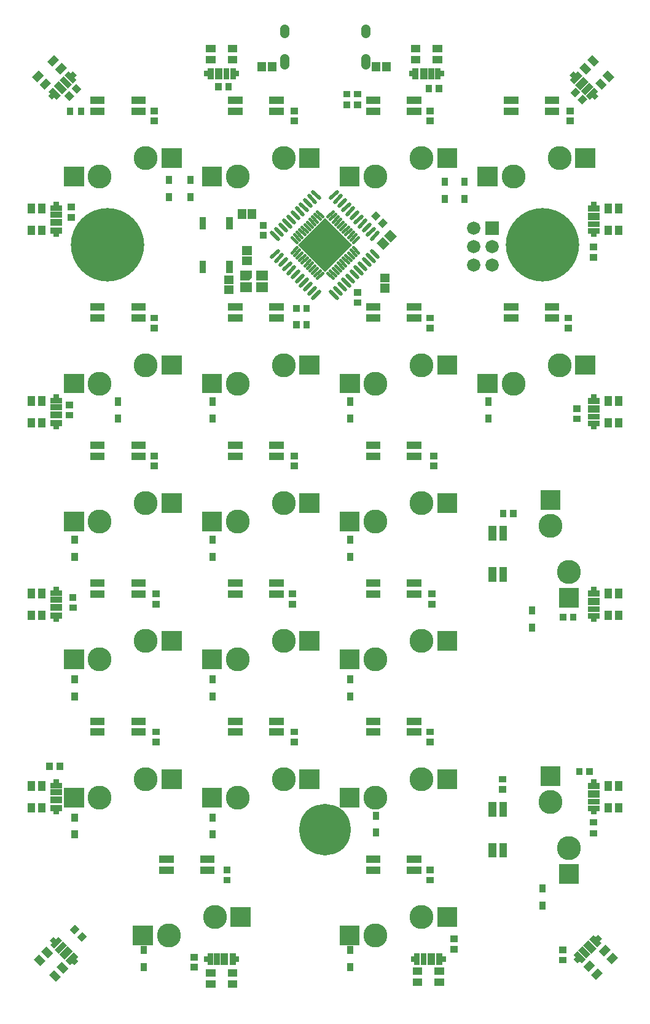
<source format=gbs>
G04 Layer: BottomSolderMaskLayer*
G04 EasyEDA v6.4.25, 2022-01-12T23:06:35+11:00*
G04 f164c25aadf14f42abcd0731058902df,bd1e99ad82f14e1cb325c08acf502db4,10*
G04 Gerber Generator version 0.2*
G04 Scale: 100 percent, Rotated: No, Reflected: No *
G04 Dimensions in millimeters *
G04 leading zeros omitted , absolute positions ,4 integer and 5 decimal *
%FSLAX45Y45*%
%MOMM*%

%ADD49C,1.3016*%
%ADD51C,3.3032*%
%ADD52C,1.8288*%
%ADD54C,10.1016*%
%ADD55C,7.1016*%
%ADD56C,0.4016*%
%ADD57C,0.5496*%
%ADD73R,1.0016X0.9016*%
%ADD77R,0.9016X1.6816*%

%LPD*%
D49*
X4807508Y-88521D02*
G01*
X4807508Y-28521D01*
X3692499Y-88521D02*
G01*
X3692499Y-28521D01*
X3692499Y-516529D02*
G01*
X3692499Y-436529D01*
X4807508Y-516529D02*
G01*
X4807508Y-436529D01*
D56*
X4639007Y-3035226D02*
G01*
X4709716Y-3105934D01*
X4603650Y-3070583D02*
G01*
X4674359Y-3141291D01*
X4568294Y-3105939D02*
G01*
X4639002Y-3176648D01*
X4532937Y-3141296D02*
G01*
X4603645Y-3212005D01*
X4497580Y-3176653D02*
G01*
X4568289Y-3247362D01*
X4462223Y-3212010D02*
G01*
X4532932Y-3282718D01*
X4426866Y-3247367D02*
G01*
X4497575Y-3318075D01*
X4391535Y-3282723D02*
G01*
X4462244Y-3353432D01*
X4356153Y-3318080D02*
G01*
X4426861Y-3388789D01*
X4320821Y-3353437D02*
G01*
X4391530Y-3424146D01*
X4285439Y-3388794D02*
G01*
X4356148Y-3459502D01*
X4214746Y-3388794D02*
G01*
X4144037Y-3459502D01*
X4179389Y-3353437D02*
G01*
X4108681Y-3424146D01*
X4144032Y-3318080D02*
G01*
X4073324Y-3388789D01*
X4108676Y-3282723D02*
G01*
X4037967Y-3353432D01*
X4073319Y-3247367D02*
G01*
X4002610Y-3318075D01*
X4037962Y-3212010D02*
G01*
X3967253Y-3282718D01*
X4002605Y-3176653D02*
G01*
X3931897Y-3247362D01*
X3967248Y-3141322D02*
G01*
X3896540Y-3212030D01*
X3931892Y-3105939D02*
G01*
X3861183Y-3176648D01*
X3896560Y-3070608D02*
G01*
X3825852Y-3141317D01*
X3861178Y-3035226D02*
G01*
X3790469Y-3105934D01*
X3790469Y-2893824D02*
G01*
X3861178Y-2964533D01*
X3825852Y-2858442D02*
G01*
X3896560Y-2929150D01*
X3861183Y-2823110D02*
G01*
X3931892Y-2893819D01*
X3896540Y-2787728D02*
G01*
X3967248Y-2858437D01*
X3931897Y-2752397D02*
G01*
X4002605Y-2823105D01*
X3967253Y-2717040D02*
G01*
X4037962Y-2787749D01*
X4002610Y-2681683D02*
G01*
X4073319Y-2752392D01*
X4037967Y-2646326D02*
G01*
X4108676Y-2717035D01*
X4073324Y-2610970D02*
G01*
X4144032Y-2681678D01*
X4108681Y-2575613D02*
G01*
X4179389Y-2646321D01*
X4144037Y-2540256D02*
G01*
X4214746Y-2610965D01*
X4356148Y-2540256D02*
G01*
X4285439Y-2610965D01*
X4391530Y-2575638D02*
G01*
X4320821Y-2646347D01*
X4426861Y-2610970D02*
G01*
X4356153Y-2681678D01*
X4462244Y-2646326D02*
G01*
X4391535Y-2717035D01*
X4497575Y-2681683D02*
G01*
X4426866Y-2752392D01*
X4532932Y-2717040D02*
G01*
X4462223Y-2787749D01*
X4568289Y-2752397D02*
G01*
X4497580Y-2823105D01*
X4603645Y-2787754D02*
G01*
X4532937Y-2858462D01*
X4639002Y-2823110D02*
G01*
X4568294Y-2893819D01*
X4674359Y-2858467D02*
G01*
X4603650Y-2929176D01*
X4709716Y-2893824D02*
G01*
X4639007Y-2964533D01*
D57*
X4895154Y-3079485D02*
G01*
X4982550Y-3166882D01*
X4838588Y-3136051D02*
G01*
X4925984Y-3223447D01*
X4782022Y-3192617D02*
G01*
X4869418Y-3280013D01*
X4725456Y-3249183D02*
G01*
X4812852Y-3336579D01*
X4668890Y-3305749D02*
G01*
X4756287Y-3393145D01*
X4612325Y-3362314D02*
G01*
X4699721Y-3449711D01*
X4555733Y-3418880D02*
G01*
X4643130Y-3506276D01*
X4499193Y-3475446D02*
G01*
X4586589Y-3562842D01*
X4442602Y-3532037D02*
G01*
X4529998Y-3619433D01*
X4386061Y-3588578D02*
G01*
X4473458Y-3675974D01*
X4329470Y-3645169D02*
G01*
X4416866Y-3732565D01*
X4083141Y-3732565D02*
G01*
X4170537Y-3645169D01*
X4026550Y-3675974D02*
G01*
X4113946Y-3588578D01*
X3969984Y-3619433D02*
G01*
X4057380Y-3532037D01*
X3913418Y-3562842D02*
G01*
X4000814Y-3475446D01*
X3856852Y-3506276D02*
G01*
X3944249Y-3418880D01*
X3800287Y-3449711D02*
G01*
X3887683Y-3362314D01*
X3743721Y-3393145D02*
G01*
X3831117Y-3305749D01*
X3687155Y-3336579D02*
G01*
X3774551Y-3249183D01*
X3630589Y-3280013D02*
G01*
X3717985Y-3192617D01*
X3574023Y-3223447D02*
G01*
X3661420Y-3136051D01*
X3517432Y-3166882D02*
G01*
X3604828Y-3079485D01*
X3517432Y-2833131D02*
G01*
X3604828Y-2920527D01*
X3574023Y-2776565D02*
G01*
X3661420Y-2863961D01*
X3630589Y-2719999D02*
G01*
X3717985Y-2807395D01*
X3687155Y-2663408D02*
G01*
X3774551Y-2750804D01*
X3743721Y-2606868D02*
G01*
X3831117Y-2694264D01*
X3800287Y-2550276D02*
G01*
X3887683Y-2637673D01*
X3856852Y-2493711D02*
G01*
X3944249Y-2581107D01*
X3913418Y-2437145D02*
G01*
X4000814Y-2524541D01*
X3969984Y-2380579D02*
G01*
X4057380Y-2467975D01*
X4026550Y-2324013D02*
G01*
X4113946Y-2411409D01*
X4083141Y-2267447D02*
G01*
X4170537Y-2354844D01*
X4329470Y-2354844D02*
G01*
X4416866Y-2267447D01*
X4386061Y-2411409D02*
G01*
X4473458Y-2324013D01*
X4442602Y-2467975D02*
G01*
X4529998Y-2380579D01*
X4499193Y-2524541D02*
G01*
X4586589Y-2437145D01*
X4555733Y-2581107D02*
G01*
X4643130Y-2493711D01*
X4612325Y-2637673D02*
G01*
X4699721Y-2550276D01*
X4668890Y-2694264D02*
G01*
X4756287Y-2606868D01*
X4725456Y-2750804D02*
G01*
X4812852Y-2663408D01*
X4782022Y-2807395D02*
G01*
X4869418Y-2719999D01*
X4838588Y-2863961D02*
G01*
X4925984Y-2776565D01*
X4895154Y-2920527D02*
G01*
X4982550Y-2833131D01*
G36*
X2914395Y-1208786D02*
G01*
X2914395Y-1106423D01*
X3114802Y-1106423D01*
X3114802Y-1208786D01*
G37*
G36*
X2914395Y-1058671D02*
G01*
X2914395Y-956310D01*
X3114802Y-956310D01*
X3114802Y-1058671D01*
G37*
G36*
X3479291Y-1058671D02*
G01*
X3479291Y-956310D01*
X3679697Y-956310D01*
X3679697Y-1058671D01*
G37*
G36*
X3479291Y-1208786D02*
G01*
X3479291Y-1106423D01*
X3679697Y-1106423D01*
X3679697Y-1208786D01*
G37*
G36*
X3898391Y-1939036D02*
G01*
X3898391Y-1668779D01*
X4173727Y-1668779D01*
X4173727Y-1939036D01*
G37*
G36*
X2553208Y-2193036D02*
G01*
X2553208Y-1922779D01*
X2828543Y-1922779D01*
X2828543Y-2193036D01*
G37*
D51*
G01*
X3045968Y-2057907D03*
G01*
X3680968Y-1803907D03*
G36*
X4814315Y-1208786D02*
G01*
X4814315Y-1106423D01*
X5014722Y-1106423D01*
X5014722Y-1208786D01*
G37*
G36*
X4814315Y-1058671D02*
G01*
X4814315Y-956310D01*
X5014722Y-956310D01*
X5014722Y-1058671D01*
G37*
G36*
X5379211Y-1058671D02*
G01*
X5379211Y-956310D01*
X5579618Y-956310D01*
X5579618Y-1058671D01*
G37*
G36*
X5379211Y-1208786D02*
G01*
X5379211Y-1106423D01*
X5579618Y-1106423D01*
X5579618Y-1208786D01*
G37*
G36*
X5798311Y-1939036D02*
G01*
X5798311Y-1668779D01*
X6073647Y-1668779D01*
X6073647Y-1939036D01*
G37*
G36*
X4453127Y-2193036D02*
G01*
X4453127Y-1922779D01*
X4728463Y-1922779D01*
X4728463Y-2193036D01*
G37*
G01*
X4945888Y-2057907D03*
G01*
X5580888Y-1803907D03*
G36*
X6714490Y-1208786D02*
G01*
X6714490Y-1106423D01*
X6914895Y-1106423D01*
X6914895Y-1208786D01*
G37*
G36*
X6714490Y-1058671D02*
G01*
X6714490Y-956310D01*
X6914895Y-956310D01*
X6914895Y-1058671D01*
G37*
G36*
X7279386Y-1058671D02*
G01*
X7279386Y-956310D01*
X7479791Y-956310D01*
X7479791Y-1058671D01*
G37*
G36*
X7279386Y-1208786D02*
G01*
X7279386Y-1106423D01*
X7479791Y-1106423D01*
X7479791Y-1208786D01*
G37*
G36*
X7698486Y-1939036D02*
G01*
X7698486Y-1668779D01*
X7973822Y-1668779D01*
X7973822Y-1939036D01*
G37*
G36*
X6353302Y-2193036D02*
G01*
X6353302Y-1922779D01*
X6628638Y-1922779D01*
X6628638Y-2193036D01*
G37*
G01*
X6846061Y-2057907D03*
G01*
X7481061Y-1803907D03*
G36*
X1014476Y-4058920D02*
G01*
X1014476Y-3956557D01*
X1214881Y-3956557D01*
X1214881Y-4058920D01*
G37*
G36*
X1014476Y-3908805D02*
G01*
X1014476Y-3806444D01*
X1214881Y-3806444D01*
X1214881Y-3908805D01*
G37*
G36*
X1579371Y-3908805D02*
G01*
X1579371Y-3806444D01*
X1779778Y-3806444D01*
X1779778Y-3908805D01*
G37*
G36*
X1579371Y-4058920D02*
G01*
X1579371Y-3956557D01*
X1779778Y-3956557D01*
X1779778Y-4058920D01*
G37*
G36*
X1998472Y-4789170D02*
G01*
X1998472Y-4518913D01*
X2273808Y-4518913D01*
X2273808Y-4789170D01*
G37*
G36*
X653287Y-5043170D02*
G01*
X653287Y-4772913D01*
X928623Y-4772913D01*
X928623Y-5043170D01*
G37*
G01*
X1146047Y-4908042D03*
G01*
X1781047Y-4654042D03*
G36*
X2914395Y-4058920D02*
G01*
X2914395Y-3956557D01*
X3114802Y-3956557D01*
X3114802Y-4058920D01*
G37*
G36*
X2914395Y-3908805D02*
G01*
X2914395Y-3806444D01*
X3114802Y-3806444D01*
X3114802Y-3908805D01*
G37*
G36*
X3479291Y-3908805D02*
G01*
X3479291Y-3806444D01*
X3679697Y-3806444D01*
X3679697Y-3908805D01*
G37*
G36*
X3479291Y-4058920D02*
G01*
X3479291Y-3956557D01*
X3679697Y-3956557D01*
X3679697Y-4058920D01*
G37*
G36*
X3898391Y-4789170D02*
G01*
X3898391Y-4518913D01*
X4173727Y-4518913D01*
X4173727Y-4789170D01*
G37*
G36*
X2553208Y-5043170D02*
G01*
X2553208Y-4772913D01*
X2828543Y-4772913D01*
X2828543Y-5043170D01*
G37*
G01*
X3045968Y-4908042D03*
G01*
X3680968Y-4654042D03*
G36*
X4814315Y-4058920D02*
G01*
X4814315Y-3956557D01*
X5014722Y-3956557D01*
X5014722Y-4058920D01*
G37*
G36*
X4814315Y-3908805D02*
G01*
X4814315Y-3806444D01*
X5014722Y-3806444D01*
X5014722Y-3908805D01*
G37*
G36*
X5379465Y-3908805D02*
G01*
X5379465Y-3806444D01*
X5579618Y-3806444D01*
X5579618Y-3908805D01*
G37*
G36*
X5379465Y-4058920D02*
G01*
X5379465Y-3956557D01*
X5579618Y-3956557D01*
X5579618Y-4058920D01*
G37*
G36*
X5798311Y-4789170D02*
G01*
X5798311Y-4518913D01*
X6073647Y-4518913D01*
X6073647Y-4789170D01*
G37*
G36*
X4453381Y-5043170D02*
G01*
X4453381Y-4772913D01*
X4728718Y-4772913D01*
X4728718Y-5043170D01*
G37*
G01*
X4945989Y-4907991D03*
G01*
X5580989Y-4653991D03*
G36*
X6714490Y-4058920D02*
G01*
X6714490Y-3956557D01*
X6914895Y-3956557D01*
X6914895Y-4058920D01*
G37*
G36*
X6714490Y-3908805D02*
G01*
X6714490Y-3806444D01*
X6914895Y-3806444D01*
X6914895Y-3908805D01*
G37*
G36*
X7279386Y-3908805D02*
G01*
X7279386Y-3806444D01*
X7479791Y-3806444D01*
X7479791Y-3908805D01*
G37*
G36*
X7279386Y-4058920D02*
G01*
X7279386Y-3956557D01*
X7479791Y-3956557D01*
X7479791Y-4058920D01*
G37*
G36*
X7698486Y-4789170D02*
G01*
X7698486Y-4518913D01*
X7973822Y-4518913D01*
X7973822Y-4789170D01*
G37*
G36*
X6353302Y-5043170D02*
G01*
X6353302Y-4772913D01*
X6628638Y-4772913D01*
X6628638Y-5043170D01*
G37*
G01*
X6846061Y-4908042D03*
G01*
X7481061Y-4654042D03*
G36*
X1014476Y-5958839D02*
G01*
X1014476Y-5856478D01*
X1214628Y-5856478D01*
X1214628Y-5958839D01*
G37*
G36*
X1014476Y-5808726D02*
G01*
X1014476Y-5706363D01*
X1214628Y-5706363D01*
X1214628Y-5808726D01*
G37*
G36*
X1579371Y-5808726D02*
G01*
X1579371Y-5706363D01*
X1779778Y-5706363D01*
X1779778Y-5808726D01*
G37*
G36*
X1579371Y-5958839D02*
G01*
X1579371Y-5856478D01*
X1779778Y-5856478D01*
X1779778Y-5958839D01*
G37*
G36*
X1998218Y-6689089D02*
G01*
X1998218Y-6418834D01*
X2273554Y-6418834D01*
X2273554Y-6689089D01*
G37*
G36*
X653287Y-6943089D02*
G01*
X653287Y-6672834D01*
X928623Y-6672834D01*
X928623Y-6943089D01*
G37*
G01*
X1145997Y-6808012D03*
G01*
X1780997Y-6554012D03*
G36*
X2914395Y-5958839D02*
G01*
X2914395Y-5856478D01*
X3114802Y-5856478D01*
X3114802Y-5958839D01*
G37*
G36*
X2914395Y-5808726D02*
G01*
X2914395Y-5706363D01*
X3114802Y-5706363D01*
X3114802Y-5808726D01*
G37*
G36*
X3479291Y-5808726D02*
G01*
X3479291Y-5706363D01*
X3679697Y-5706363D01*
X3679697Y-5808726D01*
G37*
G36*
X3479291Y-5958839D02*
G01*
X3479291Y-5856478D01*
X3679697Y-5856478D01*
X3679697Y-5958839D01*
G37*
G36*
X3898391Y-6689089D02*
G01*
X3898391Y-6418834D01*
X4173727Y-6418834D01*
X4173727Y-6689089D01*
G37*
G36*
X2553208Y-6943089D02*
G01*
X2553208Y-6672834D01*
X2828543Y-6672834D01*
X2828543Y-6943089D01*
G37*
G01*
X3045968Y-6807962D03*
G01*
X3680968Y-6553962D03*
G36*
X4814315Y-5958839D02*
G01*
X4814315Y-5856478D01*
X5014722Y-5856478D01*
X5014722Y-5958839D01*
G37*
G36*
X4814315Y-5808726D02*
G01*
X4814315Y-5706363D01*
X5014722Y-5706363D01*
X5014722Y-5808726D01*
G37*
G36*
X5379211Y-5808726D02*
G01*
X5379211Y-5706363D01*
X5579618Y-5706363D01*
X5579618Y-5808726D01*
G37*
G36*
X5379211Y-5958839D02*
G01*
X5379211Y-5856478D01*
X5579618Y-5856478D01*
X5579618Y-5958839D01*
G37*
G36*
X5798311Y-6689089D02*
G01*
X5798311Y-6418834D01*
X6073647Y-6418834D01*
X6073647Y-6689089D01*
G37*
G36*
X4453127Y-6943089D02*
G01*
X4453127Y-6672834D01*
X4728463Y-6672834D01*
X4728463Y-6943089D01*
G37*
G01*
X4945888Y-6807962D03*
G01*
X5580888Y-6553962D03*
G36*
X6656577Y-7635494D02*
G01*
X6656577Y-7435087D01*
X6758940Y-7435087D01*
X6758940Y-7635494D01*
G37*
G36*
X6506463Y-7635494D02*
G01*
X6506463Y-7435087D01*
X6608825Y-7435087D01*
X6608825Y-7635494D01*
G37*
G36*
X6506463Y-7070597D02*
G01*
X6506463Y-6870192D01*
X6608825Y-6870192D01*
X6608825Y-7070597D01*
G37*
G36*
X6656577Y-7070597D02*
G01*
X6656577Y-6870192D01*
X6758940Y-6870192D01*
X6758940Y-7070597D01*
G37*
G36*
X7218934Y-6651497D02*
G01*
X7218934Y-6376162D01*
X7489190Y-6376162D01*
X7489190Y-6651497D01*
G37*
G36*
X7472934Y-7996681D02*
G01*
X7472934Y-7721345D01*
X7743190Y-7721345D01*
X7743190Y-7996681D01*
G37*
G01*
X7608061Y-7503921D03*
G01*
X7354061Y-6868921D03*
G36*
X1014476Y-7858760D02*
G01*
X1014476Y-7756397D01*
X1214881Y-7756397D01*
X1214881Y-7858760D01*
G37*
G36*
X1014476Y-7708645D02*
G01*
X1014476Y-7606284D01*
X1214881Y-7606284D01*
X1214881Y-7708645D01*
G37*
G36*
X1579371Y-7708645D02*
G01*
X1579371Y-7606284D01*
X1779778Y-7606284D01*
X1779778Y-7708645D01*
G37*
G36*
X1579371Y-7858760D02*
G01*
X1579371Y-7756397D01*
X1779778Y-7756397D01*
X1779778Y-7858760D01*
G37*
G36*
X1998472Y-8589010D02*
G01*
X1998472Y-8318754D01*
X2273808Y-8318754D01*
X2273808Y-8589010D01*
G37*
G36*
X653287Y-8843010D02*
G01*
X653287Y-8572754D01*
X928623Y-8572754D01*
X928623Y-8843010D01*
G37*
G01*
X1146047Y-8707881D03*
G01*
X1781047Y-8453881D03*
G36*
X2914395Y-7858760D02*
G01*
X2914395Y-7756397D01*
X3114802Y-7756397D01*
X3114802Y-7858760D01*
G37*
G36*
X2914395Y-7708645D02*
G01*
X2914395Y-7606284D01*
X3114802Y-7606284D01*
X3114802Y-7708645D01*
G37*
G36*
X3479291Y-7708645D02*
G01*
X3479291Y-7606284D01*
X3679697Y-7606284D01*
X3679697Y-7708645D01*
G37*
G36*
X3479291Y-7858760D02*
G01*
X3479291Y-7756397D01*
X3679697Y-7756397D01*
X3679697Y-7858760D01*
G37*
G36*
X3898391Y-8589010D02*
G01*
X3898391Y-8318754D01*
X4173727Y-8318754D01*
X4173727Y-8589010D01*
G37*
G36*
X2553208Y-8843010D02*
G01*
X2553208Y-8572754D01*
X2828543Y-8572754D01*
X2828543Y-8843010D01*
G37*
G01*
X3045968Y-8707881D03*
G01*
X3680968Y-8453881D03*
G36*
X4814315Y-7858760D02*
G01*
X4814315Y-7756397D01*
X5014722Y-7756397D01*
X5014722Y-7858760D01*
G37*
G36*
X4814315Y-7708645D02*
G01*
X4814315Y-7606284D01*
X5014722Y-7606284D01*
X5014722Y-7708645D01*
G37*
G36*
X5379211Y-7708645D02*
G01*
X5379211Y-7606284D01*
X5579618Y-7606284D01*
X5579618Y-7708645D01*
G37*
G36*
X5379211Y-7858760D02*
G01*
X5379211Y-7756397D01*
X5579618Y-7756397D01*
X5579618Y-7858760D01*
G37*
G36*
X5798311Y-8589010D02*
G01*
X5798311Y-8318754D01*
X6073647Y-8318754D01*
X6073647Y-8589010D01*
G37*
G36*
X4453127Y-8843010D02*
G01*
X4453127Y-8572754D01*
X4728463Y-8572754D01*
X4728463Y-8843010D01*
G37*
G01*
X4945888Y-8707881D03*
G01*
X5580888Y-8453881D03*
G36*
X1014476Y-9758934D02*
G01*
X1014476Y-9656571D01*
X1214881Y-9656571D01*
X1214881Y-9758934D01*
G37*
G36*
X1014476Y-9608820D02*
G01*
X1014476Y-9506458D01*
X1214881Y-9506458D01*
X1214881Y-9608820D01*
G37*
G36*
X1579371Y-9608820D02*
G01*
X1579371Y-9506458D01*
X1779778Y-9506458D01*
X1779778Y-9608820D01*
G37*
G36*
X1579371Y-9758934D02*
G01*
X1579371Y-9656571D01*
X1779778Y-9656571D01*
X1779778Y-9758934D01*
G37*
G36*
X1998472Y-10489184D02*
G01*
X1998472Y-10218928D01*
X2273808Y-10218928D01*
X2273808Y-10489184D01*
G37*
G36*
X653287Y-10743184D02*
G01*
X653287Y-10472928D01*
X928623Y-10472928D01*
X928623Y-10743184D01*
G37*
G01*
X1146047Y-10608055D03*
G01*
X1781047Y-10354055D03*
G36*
X2914395Y-9758934D02*
G01*
X2914395Y-9656571D01*
X3114802Y-9656571D01*
X3114802Y-9758934D01*
G37*
G36*
X2914395Y-9608820D02*
G01*
X2914395Y-9506458D01*
X3114802Y-9506458D01*
X3114802Y-9608820D01*
G37*
G36*
X3479291Y-9608820D02*
G01*
X3479291Y-9506458D01*
X3679697Y-9506458D01*
X3679697Y-9608820D01*
G37*
G36*
X3479291Y-9758934D02*
G01*
X3479291Y-9656571D01*
X3679697Y-9656571D01*
X3679697Y-9758934D01*
G37*
G36*
X3898391Y-10489184D02*
G01*
X3898391Y-10218928D01*
X4173727Y-10218928D01*
X4173727Y-10489184D01*
G37*
G36*
X2553208Y-10743184D02*
G01*
X2553208Y-10472928D01*
X2828543Y-10472928D01*
X2828543Y-10743184D01*
G37*
G01*
X3045968Y-10608055D03*
G01*
X3680968Y-10354055D03*
G36*
X4814315Y-9758934D02*
G01*
X4814315Y-9656571D01*
X5014722Y-9656571D01*
X5014722Y-9758934D01*
G37*
G36*
X4814315Y-9608820D02*
G01*
X4814315Y-9506458D01*
X5014722Y-9506458D01*
X5014722Y-9608820D01*
G37*
G36*
X5379211Y-9608820D02*
G01*
X5379211Y-9506458D01*
X5579618Y-9506458D01*
X5579618Y-9608820D01*
G37*
G36*
X5379211Y-9758934D02*
G01*
X5379211Y-9656571D01*
X5579618Y-9656571D01*
X5579618Y-9758934D01*
G37*
G36*
X5798311Y-10489184D02*
G01*
X5798311Y-10218928D01*
X6073647Y-10218928D01*
X6073647Y-10489184D01*
G37*
G36*
X4453127Y-10743184D02*
G01*
X4453127Y-10472928D01*
X4728463Y-10472928D01*
X4728463Y-10743184D01*
G37*
G01*
X4945888Y-10608055D03*
G01*
X5580888Y-10354055D03*
G36*
X6656577Y-11435587D02*
G01*
X6656577Y-11235181D01*
X6758940Y-11235181D01*
X6758940Y-11435587D01*
G37*
G36*
X6506463Y-11435587D02*
G01*
X6506463Y-11235181D01*
X6608825Y-11235181D01*
X6608825Y-11435587D01*
G37*
G36*
X6506463Y-10870692D02*
G01*
X6506463Y-10670286D01*
X6608825Y-10670286D01*
X6608825Y-10870692D01*
G37*
G36*
X6656577Y-10870692D02*
G01*
X6656577Y-10670286D01*
X6758940Y-10670286D01*
X6758940Y-10870692D01*
G37*
G36*
X7218934Y-10451592D02*
G01*
X7218934Y-10176255D01*
X7489190Y-10176255D01*
X7489190Y-10451592D01*
G37*
G36*
X7472934Y-11796776D02*
G01*
X7472934Y-11521439D01*
X7743190Y-11521439D01*
X7743190Y-11796776D01*
G37*
G01*
X7608061Y-11304015D03*
G01*
X7354061Y-10669015D03*
G36*
X1964436Y-11658854D02*
G01*
X1964436Y-11556492D01*
X2164841Y-11556492D01*
X2164841Y-11658854D01*
G37*
G36*
X1964436Y-11508739D02*
G01*
X1964436Y-11406378D01*
X2164841Y-11406378D01*
X2164841Y-11508739D01*
G37*
G36*
X2529331Y-11508739D02*
G01*
X2529331Y-11406378D01*
X2729738Y-11406378D01*
X2729738Y-11508739D01*
G37*
G36*
X2529331Y-11658854D02*
G01*
X2529331Y-11556492D01*
X2729738Y-11556492D01*
X2729738Y-11658854D01*
G37*
G36*
X2948431Y-12389104D02*
G01*
X2948431Y-12118847D01*
X3223768Y-12118847D01*
X3223768Y-12389104D01*
G37*
G36*
X1603247Y-12643104D02*
G01*
X1603247Y-12372847D01*
X1878584Y-12372847D01*
X1878584Y-12643104D01*
G37*
G01*
X2096008Y-12507976D03*
G01*
X2731008Y-12253976D03*
G36*
X4814315Y-11658854D02*
G01*
X4814315Y-11556492D01*
X5014722Y-11556492D01*
X5014722Y-11658854D01*
G37*
G36*
X4814315Y-11508739D02*
G01*
X4814315Y-11406378D01*
X5014722Y-11406378D01*
X5014722Y-11508739D01*
G37*
G36*
X5379211Y-11508739D02*
G01*
X5379211Y-11406378D01*
X5579618Y-11406378D01*
X5579618Y-11508739D01*
G37*
G36*
X5379211Y-11658854D02*
G01*
X5379211Y-11556492D01*
X5579618Y-11556492D01*
X5579618Y-11658854D01*
G37*
G36*
X5798311Y-12389104D02*
G01*
X5798311Y-12118847D01*
X6073647Y-12118847D01*
X6073647Y-12389104D01*
G37*
G36*
X4453127Y-12643104D02*
G01*
X4453127Y-12372847D01*
X4728463Y-12372847D01*
X4728463Y-12643104D01*
G37*
G01*
X4945888Y-12507976D03*
G01*
X5580888Y-12253976D03*
G36*
X1014476Y-1208786D02*
G01*
X1014476Y-1106423D01*
X1214628Y-1106423D01*
X1214628Y-1208786D01*
G37*
G36*
X1014476Y-1058926D02*
G01*
X1014476Y-956563D01*
X1214628Y-956563D01*
X1214628Y-1058926D01*
G37*
G36*
X1579371Y-1058926D02*
G01*
X1579371Y-956563D01*
X1779778Y-956563D01*
X1779778Y-1058926D01*
G37*
G36*
X1579371Y-1208786D02*
G01*
X1579371Y-1106423D01*
X1779778Y-1106423D01*
X1779778Y-1208786D01*
G37*
G36*
X1998218Y-1939036D02*
G01*
X1998218Y-1668779D01*
X2273554Y-1668779D01*
X2273554Y-1939036D01*
G37*
G36*
X653287Y-2193036D02*
G01*
X653287Y-1922779D01*
X928623Y-1922779D01*
X928623Y-2193036D01*
G37*
G01*
X1145997Y-2058009D03*
G01*
X1780997Y-1804009D03*
G36*
X8099806Y-10815065D02*
G01*
X8099806Y-10685018D01*
X8200136Y-10685018D01*
X8200136Y-10815065D01*
G37*
G36*
X8249920Y-10815065D02*
G01*
X8249920Y-10685018D01*
X8349995Y-10685018D01*
X8349995Y-10815065D01*
G37*
G36*
X8249920Y-10515092D02*
G01*
X8249920Y-10385044D01*
X8349995Y-10385044D01*
X8349995Y-10515092D01*
G37*
G36*
X8099806Y-10515092D02*
G01*
X8099806Y-10385044D01*
X8200136Y-10385044D01*
X8200136Y-10515092D01*
G37*
G36*
X7880350Y-13009371D02*
G01*
X7809484Y-12938760D01*
X7901431Y-12846558D01*
X7972297Y-12917424D01*
G37*
G36*
X7986268Y-13115544D02*
G01*
X7915656Y-13044678D01*
X8007604Y-12952729D01*
X8078470Y-13023595D01*
G37*
G36*
X8198611Y-12903454D02*
G01*
X8127745Y-12832587D01*
X8219693Y-12740639D01*
X8290559Y-12811252D01*
G37*
G36*
X8092440Y-12797281D02*
G01*
X8021574Y-12726415D01*
X8113522Y-12634468D01*
X8184388Y-12705334D01*
G37*
G36*
X5459984Y-13050012D02*
G01*
X5459984Y-12949936D01*
X5590031Y-12949936D01*
X5590031Y-13050012D01*
G37*
G36*
X5459984Y-13200126D02*
G01*
X5459984Y-13100050D01*
X5590031Y-13100050D01*
X5590031Y-13200126D01*
G37*
G36*
X5759958Y-13200126D02*
G01*
X5759958Y-13100050D01*
X5890006Y-13100050D01*
X5890006Y-13200126D01*
G37*
G36*
X5759958Y-13050012D02*
G01*
X5759958Y-12949936D01*
X5890006Y-12949936D01*
X5890006Y-13050012D01*
G37*
G36*
X2609850Y-13075158D02*
G01*
X2609850Y-12974828D01*
X2740152Y-12974828D01*
X2740152Y-13075158D01*
G37*
G36*
X2609850Y-13225018D02*
G01*
X2609850Y-13124942D01*
X2740152Y-13124942D01*
X2740152Y-13225018D01*
G37*
G36*
X2909824Y-13225018D02*
G01*
X2909824Y-13124942D01*
X3040125Y-13124942D01*
X3040125Y-13225018D01*
G37*
G36*
X2909824Y-13075158D02*
G01*
X2909824Y-12974828D01*
X3040125Y-12974828D01*
X3040125Y-13075158D01*
G37*
G36*
X432562Y-12822428D02*
G01*
X340613Y-12730226D01*
X411479Y-12659360D01*
X503428Y-12751562D01*
G37*
G36*
X326389Y-12928345D02*
G01*
X234442Y-12836397D01*
X305307Y-12765531D01*
X397255Y-12857479D01*
G37*
G36*
X538734Y-13140436D02*
G01*
X446531Y-13048487D01*
X517397Y-12977621D01*
X609345Y-13069824D01*
G37*
G36*
X644652Y-13034518D02*
G01*
X552704Y-12942315D01*
X623570Y-12871704D01*
X715518Y-12963652D01*
G37*
G36*
X299973Y-10515092D02*
G01*
X299973Y-10385044D01*
X400050Y-10385044D01*
X400050Y-10515092D01*
G37*
G36*
X149860Y-10515092D02*
G01*
X149860Y-10385044D01*
X250189Y-10385044D01*
X250189Y-10515092D01*
G37*
G36*
X149860Y-10815065D02*
G01*
X149860Y-10685018D01*
X250189Y-10685018D01*
X250189Y-10815065D01*
G37*
G36*
X299973Y-10815065D02*
G01*
X299973Y-10685018D01*
X400050Y-10685018D01*
X400050Y-10815065D01*
G37*
G36*
X299973Y-7865110D02*
G01*
X299973Y-7734808D01*
X400050Y-7734808D01*
X400050Y-7865110D01*
G37*
G36*
X149860Y-7865110D02*
G01*
X149860Y-7734808D01*
X250189Y-7734808D01*
X250189Y-7865110D01*
G37*
G36*
X149860Y-8165084D02*
G01*
X149860Y-8035036D01*
X250189Y-8035036D01*
X250189Y-8165084D01*
G37*
G36*
X299973Y-8165084D02*
G01*
X299973Y-8035036D01*
X400050Y-8035036D01*
X400050Y-8165084D01*
G37*
G36*
X299973Y-5215128D02*
G01*
X299973Y-5084826D01*
X400050Y-5084826D01*
X400050Y-5215128D01*
G37*
G36*
X149860Y-5215128D02*
G01*
X149860Y-5084826D01*
X250189Y-5084826D01*
X250189Y-5215128D01*
G37*
G36*
X149860Y-5515102D02*
G01*
X149860Y-5384800D01*
X250189Y-5384800D01*
X250189Y-5515102D01*
G37*
G36*
X299973Y-5515102D02*
G01*
X299973Y-5384800D01*
X400050Y-5384800D01*
X400050Y-5515102D01*
G37*
G36*
X299973Y-2565145D02*
G01*
X299973Y-2434844D01*
X400050Y-2434844D01*
X400050Y-2565145D01*
G37*
G36*
X149860Y-2565145D02*
G01*
X149860Y-2434844D01*
X250189Y-2434844D01*
X250189Y-2565145D01*
G37*
G36*
X149860Y-2865120D02*
G01*
X149860Y-2734818D01*
X250189Y-2734818D01*
X250189Y-2865120D01*
G37*
G36*
X299973Y-2865120D02*
G01*
X299973Y-2734818D01*
X400050Y-2734818D01*
X400050Y-2865120D01*
G37*
G36*
X8099806Y-8165084D02*
G01*
X8099806Y-8035036D01*
X8200136Y-8035036D01*
X8200136Y-8165084D01*
G37*
G36*
X8249920Y-8165084D02*
G01*
X8249920Y-8035036D01*
X8349995Y-8035036D01*
X8349995Y-8165084D01*
G37*
G36*
X8249920Y-7865110D02*
G01*
X8249920Y-7734808D01*
X8349995Y-7734808D01*
X8349995Y-7865110D01*
G37*
G36*
X8099806Y-7865110D02*
G01*
X8099806Y-7734808D01*
X8200136Y-7734808D01*
X8200136Y-7865110D01*
G37*
G36*
X8099806Y-5515102D02*
G01*
X8099806Y-5384800D01*
X8200136Y-5384800D01*
X8200136Y-5515102D01*
G37*
G36*
X8249920Y-5515102D02*
G01*
X8249920Y-5384800D01*
X8349995Y-5384800D01*
X8349995Y-5515102D01*
G37*
G36*
X8249920Y-5215128D02*
G01*
X8249920Y-5084826D01*
X8349995Y-5084826D01*
X8349995Y-5215128D01*
G37*
G36*
X8099806Y-5215128D02*
G01*
X8099806Y-5084826D01*
X8200136Y-5084826D01*
X8200136Y-5215128D01*
G37*
G36*
X8099806Y-2865120D02*
G01*
X8099806Y-2734818D01*
X8200136Y-2734818D01*
X8200136Y-2865120D01*
G37*
G36*
X8249920Y-2865120D02*
G01*
X8249920Y-2734818D01*
X8349995Y-2734818D01*
X8349995Y-2865120D01*
G37*
G36*
X8249920Y-2565145D02*
G01*
X8249920Y-2434844D01*
X8349995Y-2434844D01*
X8349995Y-2565145D01*
G37*
G36*
X8099806Y-2565145D02*
G01*
X8099806Y-2434844D01*
X8200136Y-2434844D01*
X8200136Y-2565145D01*
G37*
G36*
X8063738Y-865631D02*
G01*
X7971536Y-773429D01*
X8042402Y-702563D01*
X8134350Y-794765D01*
G37*
G36*
X8169656Y-759460D02*
G01*
X8077708Y-667512D01*
X8148574Y-596645D01*
X8240522Y-688594D01*
G37*
G36*
X7957565Y-547370D02*
G01*
X7865618Y-455168D01*
X7936484Y-384555D01*
X8028431Y-476504D01*
G37*
G36*
X7851393Y-653287D02*
G01*
X7759445Y-561339D01*
X7830311Y-490473D01*
X7922259Y-582676D01*
G37*
G36*
X5734811Y-500126D02*
G01*
X5734811Y-399795D01*
X5865113Y-399795D01*
X5865113Y-500126D01*
G37*
G36*
X5734811Y-350012D02*
G01*
X5734811Y-249936D01*
X5865113Y-249936D01*
X5865113Y-350012D01*
G37*
G36*
X5434838Y-350012D02*
G01*
X5434838Y-249936D01*
X5565140Y-249936D01*
X5565140Y-350012D01*
G37*
G36*
X5434838Y-500126D02*
G01*
X5434838Y-399795D01*
X5565140Y-399795D01*
X5565140Y-500126D01*
G37*
G36*
X2909824Y-500126D02*
G01*
X2909824Y-399795D01*
X3040125Y-399795D01*
X3040125Y-500126D01*
G37*
G36*
X2909824Y-350012D02*
G01*
X2909824Y-249936D01*
X3040125Y-249936D01*
X3040125Y-350012D01*
G37*
G36*
X2609850Y-350012D02*
G01*
X2609850Y-249936D01*
X2740152Y-249936D01*
X2740152Y-350012D01*
G37*
G36*
X2609850Y-500126D02*
G01*
X2609850Y-399795D01*
X2740152Y-399795D01*
X2740152Y-500126D01*
G37*
G36*
X598423Y-653287D02*
G01*
X527557Y-582676D01*
X619760Y-490473D01*
X690626Y-561339D01*
G37*
G36*
X492505Y-547370D02*
G01*
X421639Y-476504D01*
X513587Y-384555D01*
X584454Y-455168D01*
G37*
G36*
X280162Y-759460D02*
G01*
X209550Y-688594D01*
X301497Y-596645D01*
X372363Y-667512D01*
G37*
G36*
X386334Y-865631D02*
G01*
X315468Y-794765D01*
X407670Y-702563D01*
X478281Y-773429D01*
G37*
G36*
X2057400Y-2162810D02*
G01*
X2057400Y-2052573D01*
X2142490Y-2052573D01*
X2142490Y-2162810D01*
G37*
G36*
X2057400Y-2397252D02*
G01*
X2057400Y-2287270D01*
X2142490Y-2287270D01*
X2142490Y-2397252D01*
G37*
G36*
X2357374Y-2162810D02*
G01*
X2357374Y-2052573D01*
X2442463Y-2052573D01*
X2442463Y-2162810D01*
G37*
G36*
X2357374Y-2397252D02*
G01*
X2357374Y-2287270D01*
X2442463Y-2287270D01*
X2442463Y-2397252D01*
G37*
G36*
X5857493Y-2187702D02*
G01*
X5857493Y-2077720D01*
X5942584Y-2077720D01*
X5942584Y-2187702D01*
G37*
G36*
X5857493Y-2422397D02*
G01*
X5857493Y-2312162D01*
X5942584Y-2312162D01*
X5942584Y-2422397D01*
G37*
G36*
X6132322Y-2187702D02*
G01*
X6132322Y-2077720D01*
X6217665Y-2077720D01*
X6217665Y-2187702D01*
G37*
G36*
X6132322Y-2422397D02*
G01*
X6132322Y-2312162D01*
X6217665Y-2312162D01*
X6217665Y-2422397D01*
G37*
G36*
X6457441Y-5212842D02*
G01*
X6457441Y-5102605D01*
X6542531Y-5102605D01*
X6542531Y-5212842D01*
G37*
G36*
X6457441Y-5447284D02*
G01*
X6457441Y-5337047D01*
X6542531Y-5337047D01*
X6542531Y-5447284D01*
G37*
G36*
X4557522Y-5212842D02*
G01*
X4557522Y-5102605D01*
X4642611Y-5102605D01*
X4642611Y-5212842D01*
G37*
G36*
X4557522Y-5447284D02*
G01*
X4557522Y-5337047D01*
X4642611Y-5337047D01*
X4642611Y-5447284D01*
G37*
G36*
X2657347Y-5212842D02*
G01*
X2657347Y-5102605D01*
X2742691Y-5102605D01*
X2742691Y-5212842D01*
G37*
G36*
X2657347Y-5447284D02*
G01*
X2657347Y-5337047D01*
X2742691Y-5337047D01*
X2742691Y-5447284D01*
G37*
G36*
X1357376Y-5212842D02*
G01*
X1357376Y-5102605D01*
X1442465Y-5102605D01*
X1442465Y-5212842D01*
G37*
G36*
X1357376Y-5447284D02*
G01*
X1357376Y-5337047D01*
X1442465Y-5337047D01*
X1442465Y-5447284D01*
G37*
G36*
X757428Y-7112762D02*
G01*
X757428Y-7002779D01*
X842518Y-7002779D01*
X842518Y-7112762D01*
G37*
G36*
X757428Y-7347458D02*
G01*
X757428Y-7237221D01*
X842518Y-7237221D01*
X842518Y-7347458D01*
G37*
G36*
X2657347Y-7112762D02*
G01*
X2657347Y-7002779D01*
X2742691Y-7002779D01*
X2742691Y-7112762D01*
G37*
G36*
X2657347Y-7347458D02*
G01*
X2657347Y-7237221D01*
X2742691Y-7237221D01*
X2742691Y-7347458D01*
G37*
G36*
X4557522Y-7112762D02*
G01*
X4557522Y-7002779D01*
X4642611Y-7002779D01*
X4642611Y-7112762D01*
G37*
G36*
X4557522Y-7347458D02*
G01*
X4557522Y-7237221D01*
X4642611Y-7237221D01*
X4642611Y-7347458D01*
G37*
G36*
X7057390Y-8087868D02*
G01*
X7057390Y-7977631D01*
X7142479Y-7977631D01*
X7142479Y-8087868D01*
G37*
G36*
X7057390Y-8322310D02*
G01*
X7057390Y-8212073D01*
X7142479Y-8212073D01*
X7142479Y-8322310D01*
G37*
G36*
X4557522Y-9037828D02*
G01*
X4557522Y-8927592D01*
X4642611Y-8927592D01*
X4642611Y-9037828D01*
G37*
G36*
X4557522Y-9272270D02*
G01*
X4557522Y-9162287D01*
X4642611Y-9162287D01*
X4642611Y-9272270D01*
G37*
G36*
X2657347Y-9037828D02*
G01*
X2657347Y-8927592D01*
X2742691Y-8927592D01*
X2742691Y-9037828D01*
G37*
G36*
X2657347Y-9272270D02*
G01*
X2657347Y-9162287D01*
X2742691Y-9162287D01*
X2742691Y-9272270D01*
G37*
G36*
X757428Y-9037828D02*
G01*
X757428Y-8927592D01*
X842518Y-8927592D01*
X842518Y-9037828D01*
G37*
G36*
X757428Y-9272270D02*
G01*
X757428Y-9162287D01*
X842518Y-9162287D01*
X842518Y-9272270D01*
G37*
G36*
X7207504Y-11912854D02*
G01*
X7207504Y-11802618D01*
X7292593Y-11802618D01*
X7292593Y-11912854D01*
G37*
G36*
X7207504Y-12147295D02*
G01*
X7207504Y-12037060D01*
X7292593Y-12037060D01*
X7292593Y-12147295D01*
G37*
G36*
X4907534Y-10912855D02*
G01*
X4907534Y-10802620D01*
X4992624Y-10802620D01*
X4992624Y-10912855D01*
G37*
G36*
X4907534Y-11147297D02*
G01*
X4907534Y-11037062D01*
X4992624Y-11037062D01*
X4992624Y-11147297D01*
G37*
G36*
X2657347Y-10937747D02*
G01*
X2657347Y-10827765D01*
X2742691Y-10827765D01*
X2742691Y-10937747D01*
G37*
G36*
X2657347Y-11172444D02*
G01*
X2657347Y-11062208D01*
X2742691Y-11062208D01*
X2742691Y-11172444D01*
G37*
G36*
X757428Y-10937747D02*
G01*
X757428Y-10827765D01*
X842518Y-10827765D01*
X842518Y-10937747D01*
G37*
G36*
X757428Y-11172444D02*
G01*
X757428Y-11062208D01*
X842518Y-11062208D01*
X842518Y-11172444D01*
G37*
G36*
X1707387Y-12762737D02*
G01*
X1707387Y-12652755D01*
X1792478Y-12652755D01*
X1792478Y-12762737D01*
G37*
G36*
X1707387Y-12997434D02*
G01*
X1707387Y-12887197D01*
X1792478Y-12887197D01*
X1792478Y-12997434D01*
G37*
G36*
X4557522Y-12762737D02*
G01*
X4557522Y-12652755D01*
X4642611Y-12652755D01*
X4642611Y-12762737D01*
G37*
G36*
X4557522Y-12997434D02*
G01*
X4557522Y-12887197D01*
X4642611Y-12887197D01*
X4642611Y-12997434D01*
G37*
G36*
X4250181Y-3374644D02*
G01*
X3875277Y-2999994D01*
X4250181Y-2625089D01*
X4625086Y-2999994D01*
G37*
D52*
G01*
X6552006Y-3025012D03*
G01*
X6298006Y-3025012D03*
G01*
X6298006Y-2771012D03*
G36*
X6460490Y-2862326D02*
G01*
X6460490Y-2679445D01*
X6643370Y-2679445D01*
X6643370Y-2862326D01*
G37*
G01*
X6552006Y-3279012D03*
G01*
X6298006Y-3279012D03*
G36*
X3044952Y-2640076D02*
G01*
X3044952Y-2509773D01*
X3165093Y-2509773D01*
X3165093Y-2640076D01*
G37*
G36*
X3184906Y-2640076D02*
G01*
X3184906Y-2509773D01*
X3305047Y-2509773D01*
X3305047Y-2640076D01*
G37*
G36*
X3109722Y-3140202D02*
G01*
X3109722Y-3019805D01*
X3240277Y-3019805D01*
X3240277Y-3140202D01*
G37*
G36*
X3109722Y-3280155D02*
G01*
X3109722Y-3159760D01*
X3240277Y-3159760D01*
X3240277Y-3280155D01*
G37*
G36*
X2859786Y-3540252D02*
G01*
X2859786Y-3419855D01*
X2990088Y-3419855D01*
X2990088Y-3540252D01*
G37*
G36*
X2859786Y-3680205D02*
G01*
X2859786Y-3559810D01*
X2990088Y-3559810D01*
X2990088Y-3680205D01*
G37*
G36*
X5153152Y-2964179D02*
G01*
X5060950Y-2871978D01*
X5146040Y-2786887D01*
X5238241Y-2879089D01*
G37*
G36*
X5054091Y-3062986D02*
G01*
X4961890Y-2971037D01*
X5046979Y-2885947D01*
X5139181Y-2978150D01*
G37*
G36*
X5009895Y-3515105D02*
G01*
X5009895Y-3394710D01*
X5140197Y-3394710D01*
X5140197Y-3515105D01*
G37*
G36*
X5009895Y-3655060D02*
G01*
X5009895Y-3534918D01*
X5140197Y-3534918D01*
X5140197Y-3655060D01*
G37*
G36*
X5034788Y-615187D02*
G01*
X5034788Y-484886D01*
X5155184Y-484886D01*
X5155184Y-615187D01*
G37*
G36*
X4894834Y-615187D02*
G01*
X4894834Y-484886D01*
X5015229Y-484886D01*
X5015229Y-615187D01*
G37*
G36*
X3319779Y-615187D02*
G01*
X3319779Y-484886D01*
X3440175Y-484886D01*
X3440175Y-615187D01*
G37*
G36*
X3459734Y-615187D02*
G01*
X3459734Y-484886D01*
X3580129Y-484886D01*
X3580129Y-615187D01*
G37*
G36*
X798321Y-12916408D02*
G01*
X766571Y-12884658D01*
X738123Y-12912852D01*
X677926Y-12852654D01*
X791210Y-12739115D01*
X851407Y-12799568D01*
X819657Y-12831318D01*
X851407Y-12863068D01*
G37*
G36*
X663955Y-12838684D02*
G01*
X592836Y-12767563D01*
X706373Y-12654279D01*
X777239Y-12725145D01*
G37*
G36*
X582676Y-12757404D02*
G01*
X525779Y-12700508D01*
X639063Y-12587224D01*
X695960Y-12643865D01*
G37*
G36*
X515365Y-12690094D02*
G01*
X462026Y-12636754D01*
X490473Y-12608560D01*
X458723Y-12576810D01*
X511810Y-12523470D01*
X543813Y-12555474D01*
X575563Y-12523470D01*
X628650Y-12576810D01*
G37*
G36*
X2934970Y-12910058D02*
G01*
X2934970Y-12749784D01*
X3020059Y-12749784D01*
X3020059Y-12794742D01*
X3065272Y-12794742D01*
X3065272Y-12870179D01*
X3020059Y-12870179D01*
X3020059Y-12910058D01*
G37*
G36*
X2814827Y-12910058D02*
G01*
X2814827Y-12749784D01*
X2915158Y-12749784D01*
X2915158Y-12910058D01*
G37*
G36*
X2719831Y-12910058D02*
G01*
X2719831Y-12749784D01*
X2800095Y-12749784D01*
X2800095Y-12910058D01*
G37*
G36*
X2629915Y-12910058D02*
G01*
X2629915Y-12870179D01*
X2584958Y-12870179D01*
X2584958Y-12794742D01*
X2629915Y-12794742D01*
X2629915Y-12749784D01*
X2705100Y-12749784D01*
X2705100Y-12910058D01*
G37*
G36*
X5784850Y-12910058D02*
G01*
X5784850Y-12749784D01*
X5870193Y-12749784D01*
X5870193Y-12794742D01*
X5915152Y-12794742D01*
X5915152Y-12870179D01*
X5870193Y-12870179D01*
X5870193Y-12910058D01*
G37*
G36*
X5664961Y-12910058D02*
G01*
X5664961Y-12749784D01*
X5765291Y-12749784D01*
X5765291Y-12910058D01*
G37*
G36*
X5569965Y-12910058D02*
G01*
X5569965Y-12749784D01*
X5650229Y-12749784D01*
X5650229Y-12910058D01*
G37*
G36*
X5479795Y-12910058D02*
G01*
X5479795Y-12870179D01*
X5434838Y-12870179D01*
X5434838Y-12794742D01*
X5479795Y-12794742D01*
X5479795Y-12749784D01*
X5555234Y-12749784D01*
X5555234Y-12910058D01*
G37*
G36*
X7874761Y-10490200D02*
G01*
X7874761Y-10404855D01*
X7919720Y-10404855D01*
X7919720Y-10359897D01*
X7995158Y-10359897D01*
X7995158Y-10404855D01*
X8035036Y-10404855D01*
X8035036Y-10490200D01*
G37*
G36*
X7874761Y-10610087D02*
G01*
X7874761Y-10509758D01*
X8035290Y-10509758D01*
X8035036Y-10610087D01*
G37*
G36*
X7874761Y-10705084D02*
G01*
X7874761Y-10624820D01*
X8035036Y-10624820D01*
X8035036Y-10705084D01*
G37*
G36*
X7919720Y-10840212D02*
G01*
X7919720Y-10795254D01*
X7874761Y-10795254D01*
X7874761Y-10719815D01*
X8035036Y-10719815D01*
X8035036Y-10795254D01*
X7995158Y-10795254D01*
X7995158Y-10840212D01*
G37*
G36*
X7874761Y-7840218D02*
G01*
X7874761Y-7754873D01*
X7919720Y-7754873D01*
X7919720Y-7709915D01*
X7995158Y-7709915D01*
X7995158Y-7754873D01*
X8035036Y-7754873D01*
X8035036Y-7840218D01*
G37*
G36*
X7874761Y-7960105D02*
G01*
X7874761Y-7859776D01*
X8035290Y-7859776D01*
X8035036Y-7960105D01*
G37*
G36*
X7874761Y-8055102D02*
G01*
X7874761Y-7974837D01*
X8035036Y-7974837D01*
X8035036Y-8055102D01*
G37*
G36*
X7919720Y-8190229D02*
G01*
X7919720Y-8145271D01*
X7874761Y-8145271D01*
X7874761Y-8069834D01*
X8035036Y-8069834D01*
X8035036Y-8145271D01*
X7995158Y-8145271D01*
X7995158Y-8190229D01*
G37*
G36*
X8002524Y-12672313D02*
G01*
X7889240Y-12558776D01*
X7949438Y-12498578D01*
X7981441Y-12530328D01*
X8013191Y-12498578D01*
X8066277Y-12551663D01*
X8034527Y-12583413D01*
X8062975Y-12611862D01*
G37*
G36*
X7917688Y-12757150D02*
G01*
X7804404Y-12643612D01*
X7875270Y-12572745D01*
X7988554Y-12686029D01*
G37*
G36*
X7850377Y-12824205D02*
G01*
X7737093Y-12710921D01*
X7793990Y-12654026D01*
X7907274Y-12767310D01*
G37*
G36*
X7726679Y-12891515D02*
G01*
X7673593Y-12838176D01*
X7705343Y-12806319D01*
X7673593Y-12774421D01*
X7726679Y-12721336D01*
X7840218Y-12834620D01*
X7786877Y-12887960D01*
X7758684Y-12859765D01*
G37*
G36*
X7683754Y-785876D02*
G01*
X7623556Y-725423D01*
X7655306Y-693673D01*
X7623556Y-661923D01*
X7676641Y-608584D01*
X7708645Y-640587D01*
X7736840Y-612139D01*
X7797291Y-672337D01*
G37*
G36*
X7768590Y-870712D02*
G01*
X7697724Y-799845D01*
X7811008Y-686307D01*
X7882127Y-757428D01*
G37*
G36*
X7835900Y-937768D02*
G01*
X7779004Y-881126D01*
X7892541Y-767587D01*
X7949184Y-824484D01*
G37*
G36*
X7899400Y-1001521D02*
G01*
X7846313Y-948181D01*
X7959597Y-834897D01*
X8012938Y-888237D01*
X7984490Y-916421D01*
X8016493Y-948181D01*
X7963154Y-1001521D01*
X7931404Y-969771D01*
G37*
G36*
X7874761Y-2540254D02*
G01*
X7874761Y-2454910D01*
X7919720Y-2454910D01*
X7919720Y-2409952D01*
X7995158Y-2409952D01*
X7995158Y-2454910D01*
X8035036Y-2454910D01*
X8035036Y-2540254D01*
G37*
G36*
X7874761Y-2660142D02*
G01*
X7874761Y-2559812D01*
X8035036Y-2559812D01*
X8035036Y-2660142D01*
G37*
G36*
X7874761Y-2755137D02*
G01*
X7874761Y-2674873D01*
X8035036Y-2674873D01*
X8035036Y-2755137D01*
G37*
G36*
X7919720Y-2890265D02*
G01*
X7919720Y-2845054D01*
X7874761Y-2845054D01*
X7874761Y-2769870D01*
X8035036Y-2769870D01*
X8035036Y-2845054D01*
X7995158Y-2845054D01*
X7995158Y-2890265D01*
G37*
G36*
X7874761Y-5190236D02*
G01*
X7874761Y-5104892D01*
X7919720Y-5104892D01*
X7919720Y-5059934D01*
X7995158Y-5059934D01*
X7995158Y-5104892D01*
X8035036Y-5104892D01*
X8035036Y-5190236D01*
G37*
G36*
X7874761Y-5310123D02*
G01*
X7874761Y-5209794D01*
X8035290Y-5209794D01*
X8035036Y-5310123D01*
G37*
G36*
X7874761Y-5405120D02*
G01*
X7874761Y-5324855D01*
X8035036Y-5324855D01*
X8035036Y-5405120D01*
G37*
G36*
X7919720Y-5540247D02*
G01*
X7919720Y-5495036D01*
X7874761Y-5495036D01*
X7874761Y-5419852D01*
X8035036Y-5419852D01*
X8035036Y-5495036D01*
X7995158Y-5495036D01*
X7995158Y-5540247D01*
G37*
G36*
X5454904Y-725170D02*
G01*
X5454904Y-680212D01*
X5409945Y-680212D01*
X5409945Y-604773D01*
X5454904Y-604773D01*
X5454904Y-564895D01*
X5540247Y-564895D01*
X5540247Y-725170D01*
G37*
G36*
X5559806Y-725170D02*
G01*
X5559806Y-564895D01*
X5660136Y-564895D01*
X5660136Y-725170D01*
G37*
G36*
X5674868Y-725170D02*
G01*
X5674868Y-564895D01*
X5755131Y-564895D01*
X5755131Y-725170D01*
G37*
G36*
X5769863Y-725170D02*
G01*
X5769863Y-564895D01*
X5845047Y-564895D01*
X5845047Y-604773D01*
X5890259Y-604773D01*
X5890259Y-680212D01*
X5845047Y-680212D01*
X5845047Y-725170D01*
G37*
G36*
X2629915Y-725170D02*
G01*
X2629915Y-680212D01*
X2584958Y-680212D01*
X2584958Y-604773D01*
X2629915Y-604773D01*
X2629915Y-564895D01*
X2715259Y-564895D01*
X2715259Y-725170D01*
G37*
G36*
X2734818Y-725170D02*
G01*
X2734818Y-564895D01*
X2835147Y-564895D01*
X2835147Y-725170D01*
G37*
G36*
X2849879Y-725170D02*
G01*
X2849879Y-564895D01*
X2930143Y-564895D01*
X2930143Y-725170D01*
G37*
G36*
X2944875Y-725170D02*
G01*
X2944875Y-564895D01*
X3020059Y-564895D01*
X3020059Y-604773D01*
X3065272Y-604773D01*
X3065272Y-680212D01*
X3020059Y-680212D01*
X3020059Y-725170D01*
G37*
G36*
X486918Y-1001521D02*
G01*
X433578Y-948181D01*
X465581Y-916421D01*
X437134Y-888237D01*
X497586Y-827786D01*
X610870Y-941070D01*
X550418Y-1001521D01*
X518668Y-969518D01*
G37*
G36*
X624839Y-927354D02*
G01*
X511302Y-813815D01*
X582421Y-742950D01*
X695705Y-856234D01*
G37*
G36*
X706120Y-845820D02*
G01*
X592581Y-732536D01*
X649478Y-675894D01*
X762762Y-789178D01*
G37*
G36*
X773176Y-778763D02*
G01*
X659892Y-665479D01*
X713231Y-612139D01*
X741426Y-640587D01*
X773176Y-608584D01*
X826515Y-661923D01*
X794512Y-693673D01*
X826515Y-725423D01*
G37*
G36*
X504952Y-10840212D02*
G01*
X504952Y-10795254D01*
X464820Y-10795254D01*
X464820Y-10709910D01*
X625094Y-10709910D01*
X625094Y-10795254D01*
X580136Y-10795254D01*
X580136Y-10840212D01*
G37*
G36*
X464820Y-10690097D02*
G01*
X464820Y-10589768D01*
X625094Y-10589768D01*
X625094Y-10690097D01*
G37*
G36*
X464820Y-10575036D02*
G01*
X464820Y-10494771D01*
X625094Y-10494771D01*
X625094Y-10575036D01*
G37*
G36*
X464820Y-10480039D02*
G01*
X464820Y-10404855D01*
X504952Y-10404855D01*
X504952Y-10359897D01*
X580136Y-10359897D01*
X580136Y-10404855D01*
X625094Y-10404855D01*
X625094Y-10480039D01*
G37*
G36*
X504952Y-8190229D02*
G01*
X504952Y-8145271D01*
X464820Y-8145271D01*
X464820Y-8059928D01*
X625094Y-8059928D01*
X625094Y-8145271D01*
X580136Y-8145271D01*
X580136Y-8190229D01*
G37*
G36*
X464820Y-8040115D02*
G01*
X464820Y-7939786D01*
X625094Y-7939786D01*
X625094Y-8040115D01*
G37*
G36*
X464820Y-7925054D02*
G01*
X464820Y-7844789D01*
X625094Y-7844789D01*
X625094Y-7925054D01*
G37*
G36*
X464820Y-7830058D02*
G01*
X464820Y-7754873D01*
X504952Y-7754873D01*
X504952Y-7709915D01*
X580136Y-7709915D01*
X580136Y-7754873D01*
X625094Y-7754873D01*
X625094Y-7830058D01*
G37*
G36*
X504952Y-5540247D02*
G01*
X504952Y-5495036D01*
X464820Y-5495036D01*
X464820Y-5409945D01*
X625094Y-5409945D01*
X625094Y-5495036D01*
X580136Y-5495036D01*
X580136Y-5540247D01*
G37*
G36*
X464820Y-5390134D02*
G01*
X464820Y-5289804D01*
X625094Y-5289804D01*
X625094Y-5390134D01*
G37*
G36*
X464820Y-5275071D02*
G01*
X464820Y-5194807D01*
X625094Y-5194807D01*
X625094Y-5275071D01*
G37*
G36*
X464820Y-5180076D02*
G01*
X464820Y-5104892D01*
X504952Y-5104892D01*
X504952Y-5059934D01*
X580136Y-5059934D01*
X580136Y-5104892D01*
X625094Y-5104892D01*
X625094Y-5180076D01*
G37*
G36*
X504952Y-2890265D02*
G01*
X504952Y-2845054D01*
X464820Y-2845054D01*
X464820Y-2759963D01*
X625094Y-2759963D01*
X625094Y-2845054D01*
X580136Y-2845054D01*
X580136Y-2890265D01*
G37*
G36*
X464820Y-2740152D02*
G01*
X464820Y-2639821D01*
X625094Y-2639821D01*
X625094Y-2740152D01*
G37*
G36*
X464820Y-2625089D02*
G01*
X464820Y-2544826D01*
X625094Y-2544826D01*
X625094Y-2625089D01*
G37*
G36*
X464820Y-2530094D02*
G01*
X464820Y-2454910D01*
X504952Y-2454910D01*
X504952Y-2409952D01*
X580136Y-2409952D01*
X580136Y-2454910D01*
X625094Y-2454910D01*
X625094Y-2530094D01*
G37*
G36*
X895857Y-12591795D02*
G01*
X832104Y-12528042D01*
X902970Y-12457176D01*
X966723Y-12520929D01*
G37*
G36*
X797052Y-12492736D02*
G01*
X733297Y-12428981D01*
X804163Y-12358115D01*
X867918Y-12421870D01*
G37*
G36*
X2400045Y-12850113D02*
G01*
X2400045Y-12759944D01*
X2500122Y-12759944D01*
X2500122Y-12850113D01*
G37*
G36*
X2400045Y-12990068D02*
G01*
X2400045Y-12899897D01*
X2500122Y-12899897D01*
X2500122Y-12990068D01*
G37*
G36*
X7474965Y-12750037D02*
G01*
X7474965Y-12659868D01*
X7575041Y-12659868D01*
X7575041Y-12750037D01*
G37*
G36*
X7474965Y-12889992D02*
G01*
X7474965Y-12799821D01*
X7575041Y-12799821D01*
X7575041Y-12889992D01*
G37*
G36*
X5974841Y-12740131D02*
G01*
X5974841Y-12649962D01*
X6075172Y-12649962D01*
X6075172Y-12740131D01*
G37*
G36*
X5974841Y-12600178D02*
G01*
X5974841Y-12510008D01*
X6075172Y-12510008D01*
X6075172Y-12600178D01*
G37*
D73*
G01*
X775004Y-7995005D03*
G36*
X724915Y-7900162D02*
G01*
X724915Y-7809992D01*
X824992Y-7809992D01*
X824992Y-7900162D01*
G37*
G36*
X674878Y-5390134D02*
G01*
X674878Y-5299963D01*
X775207Y-5299963D01*
X775207Y-5390134D01*
G37*
G36*
X674878Y-5250179D02*
G01*
X674878Y-5160010D01*
X775207Y-5160010D01*
X775207Y-5250179D01*
G37*
G36*
X700023Y-2664968D02*
G01*
X700023Y-2574797D01*
X800100Y-2574797D01*
X800100Y-2664968D01*
G37*
G36*
X700023Y-2525013D02*
G01*
X700023Y-2434844D01*
X800100Y-2434844D01*
X800100Y-2525013D01*
G37*
G36*
X409955Y-10225024D02*
G01*
X409955Y-10124947D01*
X500126Y-10124947D01*
X500126Y-10225024D01*
G37*
G36*
X549910Y-10225024D02*
G01*
X549910Y-10124947D01*
X640079Y-10124947D01*
X640079Y-10225024D01*
G37*
G36*
X728979Y-1016762D02*
G01*
X658113Y-945895D01*
X721868Y-882142D01*
X792734Y-953007D01*
G37*
G36*
X828039Y-917702D02*
G01*
X757173Y-847089D01*
X820928Y-783336D01*
X891794Y-853947D01*
G37*
G36*
X7696961Y-967739D02*
G01*
X7633208Y-903986D01*
X7704074Y-833120D01*
X7767827Y-896873D01*
G37*
G36*
X7796022Y-1066800D02*
G01*
X7732268Y-1003045D01*
X7803134Y-932179D01*
X7866888Y-995934D01*
G37*
G36*
X7709915Y-10300208D02*
G01*
X7709915Y-10199878D01*
X7800086Y-10199878D01*
X7800086Y-10300208D01*
G37*
G36*
X7849870Y-10300208D02*
G01*
X7849870Y-10199878D01*
X7940040Y-10199878D01*
X7940040Y-10300208D01*
G37*
G36*
X7624825Y-8174989D02*
G01*
X7624825Y-8074913D01*
X7714995Y-8074913D01*
X7714995Y-8174989D01*
G37*
G36*
X7484872Y-8174989D02*
G01*
X7484872Y-8074913D01*
X7575041Y-8074913D01*
X7575041Y-8174989D01*
G37*
G36*
X7674863Y-5299963D02*
G01*
X7674863Y-5210047D01*
X7775193Y-5210047D01*
X7775193Y-5299963D01*
G37*
G36*
X7674863Y-5440171D02*
G01*
X7674863Y-5350002D01*
X7775193Y-5350002D01*
X7775193Y-5440171D01*
G37*
G36*
X7899908Y-3215131D02*
G01*
X7899908Y-3124962D01*
X7999984Y-3124962D01*
X7999984Y-3215131D01*
G37*
G36*
X7899908Y-3075178D02*
G01*
X7899908Y-2985007D01*
X7999984Y-2985007D01*
X7999984Y-3075178D01*
G37*
G36*
X2734818Y-875029D02*
G01*
X2734818Y-774954D01*
X2824988Y-774954D01*
X2824988Y-875029D01*
G37*
G36*
X2875025Y-875029D02*
G01*
X2875025Y-774954D01*
X2965195Y-774954D01*
X2965195Y-875029D01*
G37*
G36*
X5634990Y-900176D02*
G01*
X5634990Y-799845D01*
X5725159Y-799845D01*
X5725159Y-900176D01*
G37*
G36*
X5774943Y-900176D02*
G01*
X5774943Y-799845D01*
X5865113Y-799845D01*
X5865113Y-900176D01*
G37*
G36*
X4946904Y-2667762D02*
G01*
X4883150Y-2604007D01*
X4954015Y-2533142D01*
X5017770Y-2596895D01*
G37*
G36*
X5045963Y-2766821D02*
G01*
X4982209Y-2703068D01*
X5053075Y-2632202D01*
X5116829Y-2695955D01*
G37*
G36*
X3304793Y-3647694D02*
G01*
X3304793Y-3512312D01*
X3465068Y-3512312D01*
X3465068Y-3647694D01*
G37*
G36*
X3084829Y-3487673D02*
G01*
X3084829Y-3352292D01*
X3245104Y-3352292D01*
X3245104Y-3443731D01*
X3203193Y-3487673D01*
G37*
G36*
X3084829Y-3647694D02*
G01*
X3084829Y-3512312D01*
X3245104Y-3512312D01*
X3245104Y-3647694D01*
G37*
G36*
X3304793Y-3487673D02*
G01*
X3304793Y-3352292D01*
X3465068Y-3352292D01*
X3465068Y-3487673D01*
G37*
G36*
X7901686Y-11145774D02*
G01*
X7901686Y-11054842D01*
X7998206Y-11054842D01*
X7998206Y-11145774D01*
G37*
G36*
X7901686Y-10995152D02*
G01*
X7901686Y-10904220D01*
X7998206Y-10904220D01*
X7998206Y-10995152D01*
G37*
G36*
X691895Y-1210818D02*
G01*
X691895Y-1114297D01*
X782573Y-1114297D01*
X782573Y-1210818D01*
G37*
G36*
X842518Y-1210818D02*
G01*
X842518Y-1114297D01*
X933195Y-1114297D01*
X933195Y-1210818D01*
G37*
G36*
X1849881Y-1200150D02*
G01*
X1849881Y-1109979D01*
X1949958Y-1109979D01*
X1949958Y-1200150D01*
G37*
G36*
X1849881Y-1340104D02*
G01*
X1849881Y-1249934D01*
X1949958Y-1249934D01*
X1949958Y-1340104D01*
G37*
G36*
X3774947Y-1200150D02*
G01*
X3774947Y-1109979D01*
X3875024Y-1109979D01*
X3875024Y-1200150D01*
G37*
G36*
X3774947Y-1340104D02*
G01*
X3774947Y-1249934D01*
X3875024Y-1249934D01*
X3875024Y-1340104D01*
G37*
G36*
X5649975Y-1200150D02*
G01*
X5649975Y-1109979D01*
X5750052Y-1109979D01*
X5750052Y-1200150D01*
G37*
G36*
X5649975Y-1340104D02*
G01*
X5649975Y-1249934D01*
X5750052Y-1249934D01*
X5750052Y-1340104D01*
G37*
G36*
X7575041Y-1200150D02*
G01*
X7575041Y-1109979D01*
X7675118Y-1109979D01*
X7675118Y-1200150D01*
G37*
G36*
X7575041Y-1340104D02*
G01*
X7575041Y-1249934D01*
X7675118Y-1249934D01*
X7675118Y-1340104D01*
G37*
G36*
X1849881Y-4050029D02*
G01*
X1849881Y-3959860D01*
X1949958Y-3959860D01*
X1949958Y-4050029D01*
G37*
G36*
X1849881Y-4189984D02*
G01*
X1849881Y-4099813D01*
X1949958Y-4099813D01*
X1949958Y-4189984D01*
G37*
G36*
X1849881Y-5950204D02*
G01*
X1849881Y-5860034D01*
X1949958Y-5860034D01*
X1949958Y-5950204D01*
G37*
G36*
X1849881Y-6090157D02*
G01*
X1849881Y-5999987D01*
X1949958Y-5999987D01*
X1949958Y-6090157D01*
G37*
G36*
X1875028Y-7850123D02*
G01*
X1875028Y-7759954D01*
X1975104Y-7759954D01*
X1975104Y-7850123D01*
G37*
G36*
X1875028Y-7990078D02*
G01*
X1875028Y-7899908D01*
X1975104Y-7899908D01*
X1975104Y-7990078D01*
G37*
G36*
X1875028Y-9750044D02*
G01*
X1875028Y-9659874D01*
X1975104Y-9659874D01*
X1975104Y-9750044D01*
G37*
G36*
X1875028Y-9889997D02*
G01*
X1875028Y-9799828D01*
X1975104Y-9799828D01*
X1975104Y-9889997D01*
G37*
G36*
X2849879Y-11649963D02*
G01*
X2849879Y-11560047D01*
X2949956Y-11560047D01*
X2949956Y-11649963D01*
G37*
G36*
X2849879Y-11790171D02*
G01*
X2849879Y-11700002D01*
X2949956Y-11700002D01*
X2949956Y-11790171D01*
G37*
G36*
X3774947Y-9750044D02*
G01*
X3774947Y-9659874D01*
X3875024Y-9659874D01*
X3875024Y-9750044D01*
G37*
G36*
X3774947Y-9889997D02*
G01*
X3774947Y-9799828D01*
X3875024Y-9799828D01*
X3875024Y-9889997D01*
G37*
G36*
X3749802Y-7850123D02*
G01*
X3749802Y-7759954D01*
X3850131Y-7759954D01*
X3850131Y-7850123D01*
G37*
G36*
X3749802Y-7990078D02*
G01*
X3749802Y-7899908D01*
X3850131Y-7899908D01*
X3850131Y-7990078D01*
G37*
G36*
X3774947Y-5950204D02*
G01*
X3774947Y-5860034D01*
X3875024Y-5860034D01*
X3875024Y-5950204D01*
G37*
G36*
X3774947Y-6090157D02*
G01*
X3774947Y-5999987D01*
X3875024Y-5999987D01*
X3875024Y-6090157D01*
G37*
G36*
X3810000Y-4150105D02*
G01*
X3810000Y-4050029D01*
X3900170Y-4050029D01*
X3900170Y-4150105D01*
G37*
G36*
X3949954Y-4150105D02*
G01*
X3949954Y-4050029D01*
X4040124Y-4050029D01*
X4040124Y-4150105D01*
G37*
G36*
X5649975Y-4050029D02*
G01*
X5649975Y-3959860D01*
X5750052Y-3959860D01*
X5750052Y-4050029D01*
G37*
G36*
X5649975Y-4189984D02*
G01*
X5649975Y-4099813D01*
X5750052Y-4099813D01*
X5750052Y-4189984D01*
G37*
G36*
X5700013Y-5950204D02*
G01*
X5700013Y-5860034D01*
X5800090Y-5860034D01*
X5800090Y-5950204D01*
G37*
G36*
X5700013Y-6090157D02*
G01*
X5700013Y-5999987D01*
X5800090Y-5999987D01*
X5800090Y-6090157D01*
G37*
G36*
X5674868Y-7850123D02*
G01*
X5674868Y-7759954D01*
X5775197Y-7759954D01*
X5775197Y-7850123D01*
G37*
G36*
X5674868Y-7990078D02*
G01*
X5674868Y-7899908D01*
X5775197Y-7899908D01*
X5775197Y-7990078D01*
G37*
G36*
X5649975Y-9750044D02*
G01*
X5649975Y-9659874D01*
X5750052Y-9659874D01*
X5750052Y-9750044D01*
G37*
G36*
X5649975Y-9889997D02*
G01*
X5649975Y-9799828D01*
X5750052Y-9799828D01*
X5750052Y-9889997D01*
G37*
G36*
X5649975Y-11649963D02*
G01*
X5649975Y-11560047D01*
X5750052Y-11560047D01*
X5750052Y-11649963D01*
G37*
G36*
X5649975Y-11790171D02*
G01*
X5649975Y-11700002D01*
X5750052Y-11700002D01*
X5750052Y-11790171D01*
G37*
G36*
X6649974Y-10539984D02*
G01*
X6649974Y-10449813D01*
X6750050Y-10449813D01*
X6750050Y-10539984D01*
G37*
G36*
X6649974Y-10400029D02*
G01*
X6649974Y-10309860D01*
X6750050Y-10309860D01*
X6750050Y-10400029D01*
G37*
G36*
X6659879Y-6750050D02*
G01*
X6659879Y-6649973D01*
X6750050Y-6649973D01*
X6750050Y-6750050D01*
G37*
G36*
X6799834Y-6750050D02*
G01*
X6799834Y-6649973D01*
X6890004Y-6649973D01*
X6890004Y-6750050D01*
G37*
G36*
X7549895Y-4050029D02*
G01*
X7549895Y-3959860D01*
X7649972Y-3959860D01*
X7649972Y-4050029D01*
G37*
G36*
X7549895Y-4189984D02*
G01*
X7549895Y-4099813D01*
X7649972Y-4099813D01*
X7649972Y-4189984D01*
G37*
G36*
X2519934Y-2784094D02*
G01*
X2519934Y-2615945D01*
X2610104Y-2615945D01*
X2610104Y-2784094D01*
G37*
D77*
G01*
X2565018Y-3299993D03*
G36*
X2890011Y-2784094D02*
G01*
X2890011Y-2615945D01*
X2980181Y-2615945D01*
X2980181Y-2784094D01*
G37*
G36*
X2890011Y-3384042D02*
G01*
X2890011Y-3215894D01*
X2980181Y-3215894D01*
X2980181Y-3384042D01*
G37*
G36*
X4501641Y-1120647D02*
G01*
X4501641Y-1029970D01*
X4598161Y-1029970D01*
X4598161Y-1120647D01*
G37*
G36*
X4501641Y-970026D02*
G01*
X4501641Y-879347D01*
X4598161Y-879347D01*
X4598161Y-970026D01*
G37*
G36*
X4651756Y-1120647D02*
G01*
X4651756Y-1029970D01*
X4748275Y-1029970D01*
X4748275Y-1120647D01*
G37*
G36*
X4651756Y-970026D02*
G01*
X4651756Y-879347D01*
X4748275Y-879347D01*
X4748275Y-970026D01*
G37*
G36*
X4649977Y-3700018D02*
G01*
X4649977Y-3609847D01*
X4750054Y-3609847D01*
X4750054Y-3700018D01*
G37*
G36*
X4649977Y-3839971D02*
G01*
X4649977Y-3749802D01*
X4750054Y-3749802D01*
X4750054Y-3839971D01*
G37*
G36*
X3949954Y-3925062D02*
G01*
X3949954Y-3824986D01*
X4040124Y-3824986D01*
X4040124Y-3925062D01*
G37*
G36*
X3810000Y-3925062D02*
G01*
X3810000Y-3824986D01*
X3900170Y-3824986D01*
X3900170Y-3925062D01*
G37*
G36*
X3350006Y-2775204D02*
G01*
X3350006Y-2685034D01*
X3450081Y-2685034D01*
X3450081Y-2775204D01*
G37*
G36*
X3350006Y-2915157D02*
G01*
X3350006Y-2824987D01*
X3450081Y-2824987D01*
X3450081Y-2915157D01*
G37*
D54*
G01*
X1250010Y-2999994D03*
G01*
X7249998Y-2999994D03*
D55*
G01*
X4250004Y-11049990D03*
M02*

</source>
